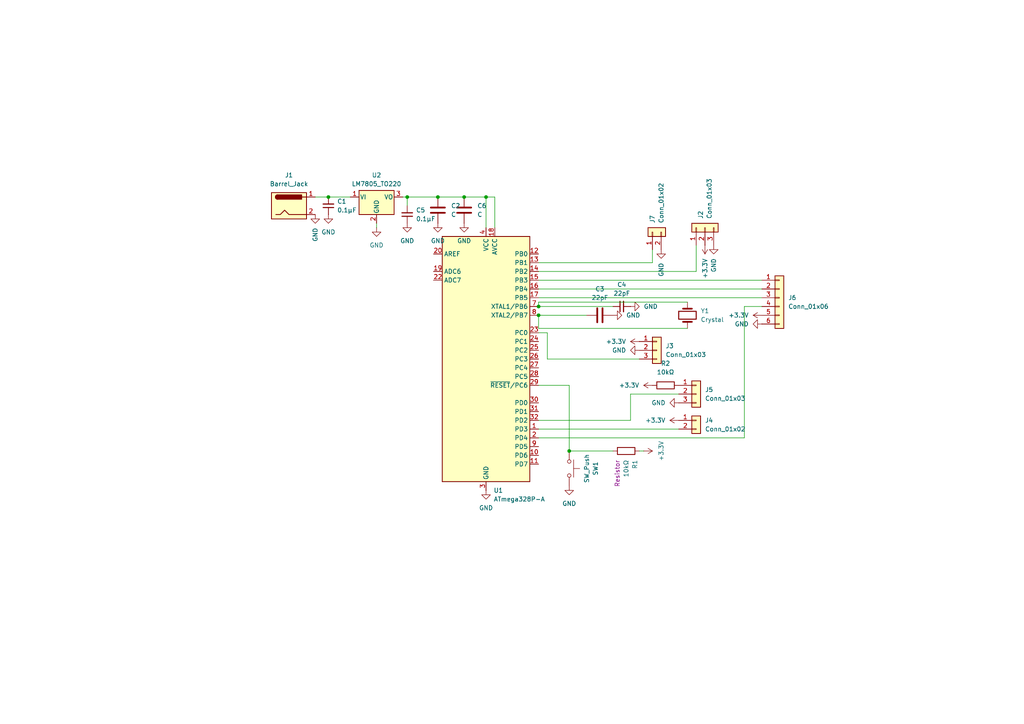
<source format=kicad_sch>
(kicad_sch (version 20231120) (generator "eeschema") (generator_version "8.0")
  (paper "A4")
  (title_block (title "FinalPCB") (date "09/2/2024"))
  (lib_symbols
    (symbol "Connector:Barrel_Jack" (pin_names (offset 1.016))
      (property "Reference" "J" (at 0 5.334 0))
      (property "Value" "Barrel_Jack" (at 0 -5.08 0))
      (symbol "Barrel_Jack_0_1"
        (rectangle (start -5.08 3.81) (end 5.08 -3.81) (stroke (width 0.254)) (fill (type background)))
        (arc (start -3.302 3.175) (mid -3.9343 2.54) (end -3.302 1.905) (stroke (width 0.254)))
        (arc (start -3.302 3.175) (mid -3.9343 2.54) (end -3.302 1.905) (stroke (width 0.254)) (fill (type outline)))
        (polyline (pts (xy 5.08 2.54) (xy 3.81 2.54)) (stroke (width 0.254)))
        (polyline (pts (xy -3.81 -2.54) (xy -2.54 -2.54) (xy -1.27 -1.27) (xy 0 -2.54) (xy 2.54 -2.54) (xy 5.08 -2.54)) (stroke (width 0.254)))
        (rectangle (start 3.683 3.175) (end -3.302 1.905) (stroke (width 0.254)) (fill (type outline)))
      )
      (symbol "Barrel_Jack_1_1"
        (pin passive line (at 7.62 2.54 180) (length 2.54) (name "~") (number "1"))
        (pin passive line (at 7.62 -2.54 180) (length 2.54) (name "~") (number "2"))
      )
    )
    (symbol "Connector_Generic:Conn_01x02" (pin_names (offset 1.016) hide)
      (property "Reference" "J" (at 0 2.54 0))
      (property "Value" "Conn_01x02" (at 0 -5.08 0))
      (symbol "Conn_01x02_1_1"
        (rectangle (start -1.27 -2.413) (end 0 -2.667) (stroke (width 0.1524)))
        (rectangle (start -1.27 0.127) (end 0 -0.127) (stroke (width 0.1524)))
        (rectangle (start -1.27 1.27) (end 1.27 -3.81) (stroke (width 0.254)) (fill (type background)))
        (pin passive line (at -5.08 0 0) (length 3.81) (name "Pin_1") (number "1"))
        (pin passive line (at -5.08 -2.54 0) (length 3.81) (name "Pin_2") (number "2"))
      )
    )
    (symbol "Connector_Generic:Conn_01x03" (pin_names (offset 1.016) hide)
      (property "Reference" "J" (at 0 5.08 0))
      (property "Value" "Conn_01x03" (at 0 -5.08 0))
      (symbol "Conn_01x03_1_1"
        (rectangle (start -1.27 -2.413) (end 0 -2.667) (stroke (width 0.1524)))
        (rectangle (start -1.27 0.127) (end 0 -0.127) (stroke (width 0.1524)))
        (rectangle (start -1.27 2.667) (end 0 2.413) (stroke (width 0.1524)))
        (rectangle (start -1.27 3.81) (end 1.27 -3.81) (stroke (width 0.254)) (fill (type background)))
        (pin passive line (at -5.08 2.54 0) (length 3.81) (name "Pin_1") (number "1"))
        (pin passive line (at -5.08 0 0) (length 3.81) (name "Pin_2") (number "2"))
        (pin passive line (at -5.08 -2.54 0) (length 3.81) (name "Pin_3") (number "3"))
      )
    )
    (symbol "Connector_Generic:Conn_01x06" (pin_names (offset 1.016) hide)
      (property "Reference" "J" (at 0 7.62 0))
      (property "Value" "Conn_01x06" (at 0 -10.16 0))
      (symbol "Conn_01x06_1_1"
        (rectangle (start -1.27 -7.493) (end 0 -7.747) (stroke (width 0.1524)))
        (rectangle (start -1.27 -4.953) (end 0 -5.207) (stroke (width 0.1524)))
        (rectangle (start -1.27 -2.413) (end 0 -2.667) (stroke (width 0.1524)))
        (rectangle (start -1.27 0.127) (end 0 -0.127) (stroke (width 0.1524)))
        (rectangle (start -1.27 2.667) (end 0 2.413) (stroke (width 0.1524)))
        (rectangle (start -1.27 5.207) (end 0 4.953) (stroke (width 0.1524)))
        (rectangle (start -1.27 6.35) (end 1.27 -8.89) (stroke (width 0.254)) (fill (type background)))
        (pin passive line (at -5.08 5.08 0) (length 3.81) (name "Pin_1") (number "1"))
        (pin passive line (at -5.08 2.54 0) (length 3.81) (name "Pin_2") (number "2"))
        (pin passive line (at -5.08 0 0) (length 3.81) (name "Pin_3") (number "3"))
        (pin passive line (at -5.08 -2.54 0) (length 3.81) (name "Pin_4") (number "4"))
        (pin passive line (at -5.08 -5.08 0) (length 3.81) (name "Pin_5") (number "5"))
        (pin passive line (at -5.08 -7.62 0) (length 3.81) (name "Pin_6") (number "6"))
      )
    )
    (symbol "Device:C" (pin_numbers hide) (pin_names (offset 0.254))
      (property "Reference" "C" (at 0.635 2.54 0))
      (property "Value" "C" (at 0.635 -2.54 0))
      (symbol "C_0_1"
        (polyline (pts (xy -2.032 -0.762) (xy 2.032 -0.762)) (stroke (width 0.508)))
        (polyline (pts (xy -2.032 0.762) (xy 2.032 0.762)) (stroke (width 0.508)))
      )
      (symbol "C_1_1"
        (pin passive line (at 0 3.81 270) (length 2.794) (name "~") (number "1"))
        (pin passive line (at 0 -3.81 90) (length 2.794) (name "~") (number "2"))
      )
    )
    (symbol "Device:C_Small" (pin_numbers hide) (pin_names (offset 0.254) hide)
      (property "Reference" "C" (at 0.254 1.778 0))
      (property "Value" "C_Small" (at 0.254 -2.032 0))
      (symbol "C_Small_0_1"
        (polyline (pts (xy -1.524 -0.508) (xy 1.524 -0.508)) (stroke (width 0.3302)))
        (polyline (pts (xy -1.524 0.508) (xy 1.524 0.508)) (stroke (width 0.3048)))
      )
      (symbol "C_Small_1_1"
        (pin passive line (at 0 2.54 270) (length 2.032) (name "~") (number "1"))
        (pin passive line (at 0 -2.54 90) (length 2.032) (name "~") (number "2"))
      )
    )
    (symbol "Device:Crystal" (pin_numbers hide) (pin_names (offset 1.016) hide)
      (property "Reference" "Y" (at 0 3.81 0))
      (property "Value" "Crystal" (at 0 -3.81 0))
      (symbol "Crystal_0_1"
        (rectangle (start -1.143 2.54) (end 1.143 -2.54) (stroke (width 0.3048)))
        (polyline (pts (xy -2.54 0) (xy -1.905 0)))
        (polyline (pts (xy -1.905 -1.27) (xy -1.905 1.27)) (stroke (width 0.508)))
        (polyline (pts (xy 1.905 -1.27) (xy 1.905 1.27)) (stroke (width 0.508)))
        (polyline (pts (xy 2.54 0) (xy 1.905 0)))
      )
      (symbol "Crystal_1_1"
        (pin passive line (at -3.81 0 0) (length 1.27) (name "1") (number "1"))
        (pin passive line (at 3.81 0 180) (length 1.27) (name "2") (number "2"))
      )
    )
    (symbol "Device:R" (pin_numbers hide) (pin_names (offset 0))
      (property "Reference" "R" (at 2.032 0 90))
      (property "Value" "R" (at 0 0 90))
      (symbol "R_0_1"
        (rectangle (start -1.016 -2.54) (end 1.016 2.54) (stroke (width 0.254)))
      )
      (symbol "R_1_1"
        (pin passive line (at 0 3.81 270) (length 1.27) (name "~") (number "1"))
        (pin passive line (at 0 -3.81 90) (length 1.27) (name "~") (number "2"))
      )
    )
    (symbol "MCU_Microchip_ATmega:ATmega328P-A"
      (property "Reference" "U" (at -12.7 36.83 0))
      (property "Value" "ATmega328P-A" (at 2.54 -36.83 0))
      (symbol "ATmega328P-A_0_1"
        (rectangle (start -12.7 -35.56) (end 12.7 35.56) (stroke (width 0.254)) (fill (type background)))
      )
      (symbol "ATmega328P-A_1_1"
        (pin bidirectional line (at 15.24 -20.32 180) (length 2.54) (name "PD3") (number "1"))
        (pin bidirectional line (at 15.24 -27.94 180) (length 2.54) (name "PD6") (number "10"))
        (pin bidirectional line (at 15.24 -30.48 180) (length 2.54) (name "PD7") (number "11"))
        (pin bidirectional line (at 15.24 30.48 180) (length 2.54) (name "PB0") (number "12"))
        (pin bidirectional line (at 15.24 27.94 180) (length 2.54) (name "PB1") (number "13"))
        (pin bidirectional line (at 15.24 25.4 180) (length 2.54) (name "PB2") (number "14"))
        (pin bidirectional line (at 15.24 22.86 180) (length 2.54) (name "PB3") (number "15"))
        (pin bidirectional line (at 15.24 20.32 180) (length 2.54) (name "PB4") (number "16"))
        (pin bidirectional line (at 15.24 17.78 180) (length 2.54) (name "PB5") (number "17"))
        (pin power_in line (at 2.54 38.1 270) (length 2.54) (name "AVCC") (number "18"))
        (pin input line (at -15.24 25.4 0) (length 2.54) (name "ADC6") (number "19"))
        (pin bidirectional line (at 15.24 -22.86 180) (length 2.54) (name "PD4") (number "2"))
        (pin passive line (at -15.24 30.48 0) (length 2.54) (name "AREF") (number "20"))
        (pin passive line (at 0 -38.1 90) (length 2.54) hide (name "GND") (number "21"))
        (pin input line (at -15.24 22.86 0) (length 2.54) (name "ADC7") (number "22"))
        (pin bidirectional line (at 15.24 7.62 180) (length 2.54) (name "PC0") (number "23"))
        (pin bidirectional line (at 15.24 5.08 180) (length 2.54) (name "PC1") (number "24"))
        (pin bidirectional line (at 15.24 2.54 180) (length 2.54) (name "PC2") (number "25"))
        (pin bidirectional line (at 15.24 0 180) (length 2.54) (name "PC3") (number "26"))
        (pin bidirectional line (at 15.24 -2.54 180) (length 2.54) (name "PC4") (number "27"))
        (pin bidirectional line (at 15.24 -5.08 180) (length 2.54) (name "PC5") (number "28"))
        (pin bidirectional line (at 15.24 -7.62 180) (length 2.54) (name "~{RESET}/PC6") (number "29"))
        (pin power_in line (at 0 -38.1 90) (length 2.54) (name "GND") (number "3"))
        (pin bidirectional line (at 15.24 -12.7 180) (length 2.54) (name "PD0") (number "30"))
        (pin bidirectional line (at 15.24 -15.24 180) (length 2.54) (name "PD1") (number "31"))
        (pin bidirectional line (at 15.24 -17.78 180) (length 2.54) (name "PD2") (number "32"))
        (pin power_in line (at 0 38.1 270) (length 2.54) (name "VCC") (number "4"))
        (pin passive line (at 0 -38.1 90) (length 2.54) hide (name "GND") (number "5"))
        (pin passive line (at 0 38.1 270) (length 2.54) hide (name "VCC") (number "6"))
        (pin bidirectional line (at 15.24 15.24 180) (length 2.54) (name "XTAL1/PB6") (number "7"))
        (pin bidirectional line (at 15.24 12.7 180) (length 2.54) (name "XTAL2/PB7") (number "8"))
        (pin bidirectional line (at 15.24 -25.4 180) (length 2.54) (name "PD5") (number "9"))
      )
    )
    (symbol "Regulator_Linear:LM7805_TO220" (pin_names (offset 0.254))
      (property "Reference" "U" (at -3.81 3.175 0))
      (property "Value" "LM7805_TO220" (at 0 3.175 0))
      (symbol "LM7805_TO220_0_1"
        (rectangle (start -5.08 1.905) (end 5.08 -5.08) (stroke (width 0.254)) (fill (type background)))
      )
      (symbol "LM7805_TO220_1_1"
        (pin power_in line (at -7.62 0 0) (length 2.54) (name "VI") (number "1"))
        (pin power_in line (at 0 -7.62 90) (length 2.54) (name "GND") (number "2"))
        (pin power_out line (at 7.62 0 180) (length 2.54) (name "VO") (number "3"))
      )
    )
    (symbol "Switch:SW_Push" (pin_numbers hide) (pin_names (offset 1.016) hide)
      (property "Reference" "SW" (at 1.27 2.54 0))
      (property "Value" "SW_Push" (at 0 -1.524 0))
      (symbol "SW_Push_0_1"
        (circle (center -2.032 0) (radius 0.508))
        (polyline (pts (xy 0 1.27) (xy 0 3.048)))
        (polyline (pts (xy 2.54 1.27) (xy -2.54 1.27)))
        (circle (center 2.032 0) (radius 0.508))
        (pin passive line (at -5.08 0 0) (length 2.54) (name "1") (number "1"))
        (pin passive line (at 5.08 0 180) (length 2.54) (name "2") (number "2"))
      )
    )
    (symbol "power:+3.3V" (power) (pin_numbers hide) (pin_names (offset 0) hide)
      (property "Value" "+3.3V" (at 0 3.556 0))
      (symbol "+3.3V_0_1"
        (polyline (pts (xy -0.762 1.27) (xy 0 2.54)))
        (polyline (pts (xy 0 0) (xy 0 2.54)))
        (polyline (pts (xy 0 2.54) (xy 0.762 1.27)))
      )
      (symbol "+3.3V_1_1"
        (pin power_in line (at 0 0 90) (length 0) (name "~") (number "1"))
      )
    )
    (symbol "power:GND" (power) (pin_numbers hide) (pin_names (offset 0) hide)
      (property "Value" "GND" (at 0 -3.81 0))
      (symbol "GND_0_1"
        (polyline (pts (xy 0 0) (xy 0 -1.27) (xy 1.27 -1.27) (xy 0 -2.54) (xy -1.27 -1.27) (xy 0 -1.27)))
      )
      (symbol "GND_1_1"
        (pin power_in line (at 0 0 270) (length 0) (name "~") (number "1"))
      )
    )
  )
  (junction (at 134.62 57.15))
  (junction (at 165.1 130.81))
  (junction (at 156.21 88.9))
  (junction (at 156.21 91.44))
  (junction (at 95.25 57.15))
  (junction (at 140.97 57.15))
  (junction (at 127 57.15))
  (junction (at 118.11 57.15))
  (wire (pts (xy 215.9 127) (xy 156.21 127)))
  (wire (pts (xy 158.75 96.52) (xy 156.21 96.52)))
  (wire (pts (xy 95.25 57.15) (xy 101.6 57.15)))
  (wire (pts (xy 220.98 88.9) (xy 215.9 88.9)))
  (wire (pts (xy 199.39 87.63) (xy 156.21 87.63)))
  (wire (pts (xy 134.62 57.15) (xy 140.97 57.15)))
  (wire (pts (xy 91.44 57.15) (xy 95.25 57.15)))
  (wire (pts (xy 199.39 95.25) (xy 156.21 95.25)))
  (wire (pts (xy 185.42 104.14) (xy 158.75 104.14)))
  (wire (pts (xy 189.23 76.2) (xy 156.21 76.2)))
  (wire (pts (xy 140.97 57.15) (xy 140.97 66.04)))
  (wire (pts (xy 127 57.15) (xy 134.62 57.15)))
  (wire (pts (xy 196.85 114.3) (xy 182.88 114.3)))
  (wire (pts (xy 165.1 111.76) (xy 165.1 130.81)))
  (wire (pts (xy 182.88 114.3) (xy 182.88 121.92)))
  (wire (pts (xy 116.84 57.15) (xy 118.11 57.15)))
  (wire (pts (xy 215.9 88.9) (xy 215.9 127)))
  (wire (pts (xy 156.21 81.28) (xy 220.98 81.28)))
  (wire (pts (xy 170.18 91.44) (xy 156.21 91.44)))
  (wire (pts (xy 201.93 78.74) (xy 201.93 71.12)))
  (wire (pts (xy 185.42 130.81) (xy 186.69 130.81)))
  (wire (pts (xy 109.22 64.77) (xy 109.22 66.04)))
  (wire (pts (xy 118.11 57.15) (xy 127 57.15)))
  (wire (pts (xy 143.51 57.15) (xy 143.51 66.04)))
  (wire (pts (xy 182.88 121.92) (xy 156.21 121.92)))
  (wire (pts (xy 158.75 104.14) (xy 158.75 96.52)))
  (wire (pts (xy 156.21 87.63) (xy 156.21 88.9)))
  (wire (pts (xy 143.51 57.15) (xy 140.97 57.15)))
  (wire (pts (xy 156.21 124.46) (xy 196.85 124.46)))
  (wire (pts (xy 156.21 83.82) (xy 220.98 83.82)))
  (wire (pts (xy 118.11 57.15) (xy 118.11 59.69)))
  (wire (pts (xy 156.21 88.9) (xy 177.8 88.9)))
  (wire (pts (xy 165.1 111.76) (xy 156.21 111.76)))
  (wire (pts (xy 156.21 91.44) (xy 156.21 95.25)))
  (wire (pts (xy 156.21 86.36) (xy 220.98 86.36)))
  (wire (pts (xy 156.21 78.74) (xy 201.93 78.74)))
  (wire (pts (xy 189.23 72.39) (xy 189.23 76.2)))
  (wire (pts (xy 177.8 130.81) (xy 165.1 130.81)))
  (symbol (lib_id "Device:Crystal") (at 199.39 91.44 270) (unit 1)
    (property "Reference" "Y1" (at 203.2 90.1699 90) (effects (justify left)))
    (property "Value" "Crystal" (at 203.2 92.7099 90) (effects (justify left)))
    (property "Footprint" "Crystal:Crystal_HC49-U_Vertical" (effects (hide yes)))
    (property "Description" "Two pin crystal" (effects (hide yes)))
  )
  (symbol (lib_id "power:GND") (at 220.98 93.98 270) (unit 1)
    (property "Reference" "#PWR04" (effects (hide yes)))
    (property "Value" "GND" (at 217.17 93.9799 90) (effects (justify right)))
    (property "Description" "Power symbol creates a global label with name \"GND\" , ground" (effects (hide yes)))
  )
  (symbol (lib_id "power:GND") (at 177.8 91.44 90) (unit 1)
    (property "Reference" "#PWR017" (effects (hide yes)))
    (property "Value" "GND" (at 181.61 91.4399 90) (effects (justify right)))
    (property "Description" "Power symbol creates a global label with name \"GND\" , ground" (effects (hide yes)))
  )
  (symbol (lib_id "power:GND") (at 95.25 62.23 0) (unit 1)
    (property "Reference" "#PWR015" (effects (hide yes)))
    (property "Value" "GND" (at 95.25 67.31 0))
    (property "Description" "Power symbol creates a global label with name \"GND\" , ground" (effects (hide yes)))
  )
  (symbol (lib_id "power:GND") (at 196.85 116.84 270) (unit 1)
    (property "Reference" "#PWR07" (effects (hide yes)))
    (property "Value" "GND" (at 193.04 116.8399 90) (effects (justify right)))
    (property "Description" "Power symbol creates a global label with name \"GND\" , ground" (effects (hide yes)))
  )
  (symbol (lib_id "Regulator_Linear:LM7805_TO220") (at 109.22 57.15 0) (unit 1)
    (property "Reference" "U2" (at 109.22 50.8 0))
    (property "Value" "LM7805_TO220" (at 109.22 53.34 0))
    (property "Footprint" "Package_TO_SOT_THT:TO-220-3_Vertical" (effects (hide yes)))
    (property "Datasheet" "https://www.onsemi.cn/PowerSolutions/document/MC7800-D.PDF" (effects (hide yes)))
    (property "Description" "Positive 1A 35V Linear Regulator, Fixed Output 5V, TO-220" (effects (hide yes)))
  )
  (symbol (lib_id "Device:C_Small") (at 118.11 62.23 180) (unit 1)
    (property "Reference" "C5" (at 120.65 60.9535 0) (effects (justify right)))
    (property "Value" "0.1µF" (at 120.65 63.4935 0) (effects (justify right)))
    (property "Footprint" "Capacitor_SMD:C_0805_2012Metric" (effects (hide yes)))
    (property "Description" "Unpolarized capacitor, small symbol" (effects (hide yes)))
  )
  (symbol (lib_id "Connector_Generic:Conn_01x03") (at 190.5 101.6 0) (unit 1)
    (property "Reference" "J3" (at 193.04 100.3299 0) (effects (justify left)))
    (property "Value" "Conn_01x03" (at 193.04 102.8699 0) (effects (justify left)))
    (property "Footprint" "Connector_PinHeader_2.54mm:PinHeader_1x03_P2.54mm_Vertical" (effects (hide yes)))
    (property "Description" "Generic connector, single row, 01x03, script generated (kicad-library-utils/schlib/autogen/connector/)" (effects (hide yes)))
  )
  (symbol (lib_id "Connector:Barrel_Jack") (at 83.82 59.69 0) (unit 1)
    (property "Reference" "J1" (at 83.82 50.8 0))
    (property "Value" "Barrel_Jack" (at 83.82 53.34 0))
    (property "Footprint" "Connector_BarrelJack:BarrelJack_SwitchcraftConxall_RAPC10U_Horizontal" (effects (hide yes)))
    (property "Description" "DC Barrel Jack" (effects (hide yes)))
  )
  (symbol (lib_id "Device:C") (at 127 60.96 180) (unit 1)
    (property "Reference" "C2" (at 130.81 59.6899 0) (effects (justify right)))
    (property "Value" "C" (at 130.81 62.2299 0) (effects (justify right)))
    (property "Footprint" "Capacitor_SMD:C_0805_2012Metric" (effects (hide yes)))
    (property "Description" "Unpolarized capacitor" (effects (hide yes)))
  )
  (symbol (lib_id "power:+3.3V") (at 196.85 121.92 90) (unit 1)
    (property "Reference" "#PWR012" (effects (hide yes)))
    (property "Value" "+3.3V" (at 193.04 121.9199 90) (effects (justify left)))
    (property "Description" "Power symbol creates a global label with name \"+3.3V\"" (effects (hide yes)))
  )
  (symbol (lib_id "Device:R") (at 193.04 111.76 90) (unit 1)
    (property "Reference" "R2" (at 193.04 105.41 90))
    (property "Value" "10kΩ" (at 193.04 107.95 90))
    (property "Footprint" "Resistor_SMD:R_0805_2012Metric" (effects (hide yes)))
    (property "Description" "Resistor" (effects (hide yes)))
  )
  (symbol (lib_id "power:GND") (at 185.42 101.6 270) (unit 1)
    (property "Reference" "#PWR08" (effects (hide yes)))
    (property "Value" "GND" (at 181.61 101.5999 90) (effects (justify right)))
    (property "Description" "Power symbol creates a global label with name \"GND\" , ground" (effects (hide yes)))
  )
  (symbol (lib_id "power:GND") (at 207.01 71.12 0) (unit 1)
    (property "Reference" "#PWR05" (effects (hide yes)))
    (property "Value" "GND" (at 207.0099 74.93 90) (effects (justify right)))
    (property "Description" "Power symbol creates a global label with name \"GND\" , ground" (effects (hide yes)))
  )
  (symbol (lib_id "Connector_Generic:Conn_01x06") (at 226.06 86.36 0) (unit 1)
    (property "Reference" "J6" (at 228.6 86.3599 0) (effects (justify left)))
    (property "Value" "Conn_01x06" (at 228.6 88.8999 0) (effects (justify left)))
    (property "Footprint" "Connector_PinHeader_2.54mm:PinHeader_1x06_P2.54mm_Vertical" (effects (hide yes)))
    (property "Description" "Generic connector, single row, 01x06, script generated (kicad-library-utils/schlib/autogen/connector/)" (effects (hide yes)))
  )
  (symbol (lib_id "power:+3.3V") (at 189.23 111.76 90) (unit 1)
    (property "Reference" "#PWR011" (effects (hide yes)))
    (property "Value" "+3.3V" (at 185.42 111.7599 90) (effects (justify left)))
    (property "Description" "Power symbol creates a global label with name \"+3.3V\"" (effects (hide yes)))
  )
  (symbol (lib_id "power:GND") (at 182.88 88.9 90) (unit 1)
    (property "Reference" "#PWR016" (effects (hide yes)))
    (property "Value" "GND" (at 186.69 88.8999 90) (effects (justify right)))
    (property "Description" "Power symbol creates a global label with name \"GND\" , ground" (effects (hide yes)))
  )
  (symbol (lib_id "Device:C") (at 173.99 91.44 90) (unit 1)
    (property "Reference" "C3" (at 173.99 83.82 90))
    (property "Value" "22pF" (at 173.99 86.36 90))
    (property "Footprint" "Capacitor_SMD:C_0805_2012Metric" (effects (hide yes)))
    (property "Description" "Unpolarized capacitor" (effects (hide yes)))
  )
  (symbol (lib_id "Switch:SW_Push") (at 165.1 135.89 270) (unit 1)
    (property "Reference" "SW1" (at 172.72 135.89 0))
    (property "Value" "SW_Push" (at 170.18 135.89 0))
    (property "Footprint" "Button_Switch_SMD:SW_Push_1P1T_NO_6x6mm_H9.5mm" (effects (hide yes)))
    (property "Description" "Push button switch, generic, two pins" (effects (hide yes)))
  )
  (symbol (lib_id "power:GND") (at 165.1 140.97 0) (unit 1)
    (property "Reference" "#PWR020" (effects (hide yes)))
    (property "Value" "GND" (at 165.1 146.05 0))
    (property "Description" "Power symbol creates a global label with name \"GND\" , ground" (effects (hide yes)))
  )
  (symbol (lib_id "power:GND") (at 118.11 64.77 0) (unit 1)
    (property "Reference" "#PWR021" (effects (hide yes)))
    (property "Value" "GND" (at 118.11 69.85 0))
    (property "Description" "Power symbol creates a global label with name \"GND\" , ground" (effects (hide yes)))
  )
  (symbol (lib_id "Device:C_Small") (at 180.34 88.9 90) (unit 1)
    (property "Reference" "C4" (at 180.3463 82.55 90))
    (property "Value" "22pF" (at 180.3463 85.09 90))
    (property "Footprint" "Capacitor_SMD:C_0805_2012Metric" (effects (hide yes)))
    (property "Description" "Unpolarized capacitor, small symbol" (effects (hide yes)))
  )
  (symbol (lib_id "power:+3.3V") (at 220.98 91.44 90) (unit 1)
    (property "Reference" "#PWR014" (effects (hide yes)))
    (property "Value" "+3.3V" (at 217.17 91.4399 90) (effects (justify left)))
    (property "Description" "Power symbol creates a global label with name \"+3.3V\"" (effects (hide yes)))
  )
  (symbol (lib_id "Device:R") (at 181.61 130.81 270) (unit 1)
    (property "Reference" "R1" (at 184.1501 133.35 0) (effects (justify left)))
    (property "Value" "10kΩ" (at 181.6101 133.35 0) (effects (justify left)))
    (property "Footprint" "Capacitor_SMD:C_0805_2012Metric" (effects (hide yes)))
    (property "Description" "Resistor" (at 179.0701 133.35 0) (effects (justify left)))
  )
  (symbol (lib_id "Connector_Generic:Conn_01x03") (at 204.47 66.04 90) (unit 1)
    (property "Reference" "J2" (at 203.1999 63.5 0) (effects (justify left)))
    (property "Value" "Conn_01x03" (at 205.7399 63.5 0) (effects (justify left)))
    (property "Footprint" "Connector_PinHeader_2.54mm:PinHeader_1x03_P2.54mm_Vertical" (effects (hide yes)))
    (property "Description" "Generic connector, single row, 01x03, script generated (kicad-library-utils/schlib/autogen/connector/)" (effects (hide yes)))
  )
  (symbol (lib_id "power:+3.3V") (at 186.69 130.81 270) (unit 1)
    (property "Reference" "#PWR010" (effects (hide yes)))
    (property "Value" "+3.3V" (at 191.77 130.81 0))
    (property "Description" "Power symbol creates a global label with name \"+3.3V\"" (effects (hide yes)))
  )
  (symbol (lib_id "power:+3.3V") (at 185.42 99.06 90) (unit 1)
    (property "Reference" "#PWR09" (effects (hide yes)))
    (property "Value" "+3.3V" (at 181.61 99.0599 90) (effects (justify left)))
    (property "Description" "Power symbol creates a global label with name \"+3.3V\"" (effects (hide yes)))
  )
  (symbol (lib_id "power:+3.3V") (at 204.47 71.12 180) (unit 1)
    (property "Reference" "#PWR013" (effects (hide yes)))
    (property "Value" "+3.3V" (at 204.4699 74.93 90) (effects (justify left)))
    (property "Description" "Power symbol creates a global label with name \"+3.3V\"" (effects (hide yes)))
  )
  (symbol (lib_id "power:GND") (at 109.22 66.04 0) (unit 1)
    (property "Reference" "#PWR02" (effects (hide yes)))
    (property "Value" "GND" (at 109.22 71.12 0))
    (property "Description" "Power symbol creates a global label with name \"GND\" , ground" (effects (hide yes)))
  )
  (symbol (lib_id "Connector_Generic:Conn_01x02") (at 189.23 67.31 90) (unit 1)
    (property "Reference" "J7" (at 189.2299 64.77 0) (effects (justify left)))
    (property "Value" "Conn_01x02" (at 191.7699 64.77 0) (effects (justify left)))
    (property "Footprint" "Connector_PinHeader_2.54mm:PinHeader_1x02_P2.54mm_Vertical" (effects (hide yes)))
    (property "Description" "Generic connector, single row, 01x02, script generated (kicad-library-utils/schlib/autogen/connector/)" (effects (hide yes)))
  )
  (symbol (lib_id "power:GND") (at 91.44 62.23 0) (unit 1)
    (property "Reference" "#PWR03" (effects (hide yes)))
    (property "Value" "GND" (at 91.4401 66.04 90) (effects (justify right)))
    (property "Description" "Power symbol creates a global label with name \"GND\" , ground" (effects (hide yes)))
  )
  (symbol (lib_id "Connector_Generic:Conn_01x02") (at 201.93 121.92 0) (unit 1)
    (property "Reference" "J4" (at 204.47 121.9199 0) (effects (justify left)))
    (property "Value" "Conn_01x02" (at 204.47 124.4599 0) (effects (justify left)))
    (property "Footprint" "Connector_PinHeader_2.54mm:PinHeader_1x02_P2.54mm_Vertical" (effects (hide yes)))
    (property "Description" "Generic connector, single row, 01x02, script generated (kicad-library-utils/schlib/autogen/connector/)" (effects (hide yes)))
  )
  (symbol (lib_id "power:GND") (at 191.77 72.39 0) (unit 1)
    (property "Reference" "#PWR06" (effects (hide yes)))
    (property "Value" "GND" (at 191.7699 76.2 90) (effects (justify right)))
    (property "Description" "Power symbol creates a global label with name \"GND\" , ground" (effects (hide yes)))
  )
  (symbol (lib_id "Device:C_Small") (at 95.25 59.69 180) (unit 1)
    (property "Reference" "C1" (at 97.79 58.4135 0) (effects (justify right)))
    (property "Value" "0.1µF" (at 97.79 60.9535 0) (effects (justify right)))
    (property "Footprint" "Capacitor_SMD:C_0805_2012Metric" (effects (hide yes)))
    (property "Description" "Unpolarized capacitor, small symbol" (effects (hide yes)))
  )
  (symbol (lib_id "MCU_Microchip_ATmega:ATmega328P-A") (at 140.97 104.14 0) (unit 1)
    (property "Reference" "U1" (at 143.1641 142.24 0) (effects (justify left)))
    (property "Value" "ATmega328P-A" (at 143.1641 144.78 0) (effects (justify left)))
    (property "Footprint" "Package_QFP:TQFP-32_7x7mm_P0.8mm" (effects (hide yes)))
    (property "Datasheet" "http://ww1.microchip.com/downloads/en/DeviceDoc/ATmega328_P%20AVR%20MCU%20with%20picoPower%20Technology%20Data%20Sheet%2040001984A.pdf" (effects (hide yes)))
    (property "Description" "20MHz, 32kB Flash, 2kB SRAM, 1kB EEPROM, TQFP-32" (effects (hide yes)))
  )
  (symbol (lib_id "Device:C") (at 134.62 60.96 180) (unit 1)
    (property "Reference" "C6" (at 138.43 59.6899 0) (effects (justify right)))
    (property "Value" "C" (at 138.43 62.2299 0) (effects (justify right)))
    (property "Footprint" "Capacitor_SMD:C_0805_2012Metric" (effects (hide yes)))
    (property "Description" "Unpolarized capacitor" (effects (hide yes)))
  )
  (symbol (lib_id "power:GND") (at 127 64.77 0) (unit 1)
    (property "Reference" "#PWR018" (effects (hide yes)))
    (property "Value" "GND" (at 127 69.85 0))
    (property "Description" "Power symbol creates a global label with name \"GND\" , ground" (effects (hide yes)))
  )
  (symbol (lib_id "Connector_Generic:Conn_01x03") (at 201.93 114.3 0) (unit 1)
    (property "Reference" "J5" (at 204.47 113.0299 0) (effects (justify left)))
    (property "Value" "Conn_01x03" (at 204.47 115.5699 0) (effects (justify left)))
    (property "Footprint" "Connector_PinHeader_2.54mm:PinHeader_1x03_P2.54mm_Vertical" (effects (hide yes)))
    (property "Description" "Generic connector, single row, 01x03, script generated (kicad-library-utils/schlib/autogen/connector/)" (effects (hide yes)))
  )
  (symbol (lib_id "power:GND") (at 134.62 64.77 0) (unit 1)
    (property "Reference" "#PWR022" (effects (hide yes)))
    (property "Value" "GND" (at 134.62 69.85 0))
    (property "Description" "Power symbol creates a global label with name \"GND\" , ground" (effects (hide yes)))
  )
  (symbol (lib_id "power:GND") (at 140.97 142.24 0) (unit 1)
    (property "Reference" "#PWR01" (effects (hide yes)))
    (property "Value" "GND" (at 140.97 147.32 0))
    (property "Description" "Power symbol creates a global label with name \"GND\" , ground" (effects (hide yes)))
  )
)
</source>
